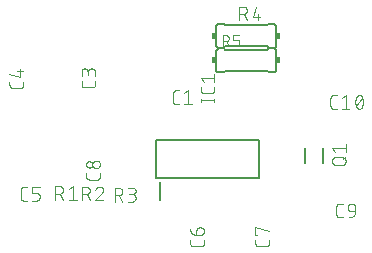
<source format=gbr>
G04 EAGLE Gerber RS-274X export*
G75*
%MOMM*%
%FSLAX34Y34*%
%LPD*%
%INSilkscreen Top*%
%IPPOS*%
%AMOC8*
5,1,8,0,0,1.08239X$1,22.5*%
G01*
%ADD10C,0.101600*%
%ADD11C,0.200000*%
%ADD12C,0.152400*%
%ADD13R,0.381000X0.508000*%


D10*
X362636Y215708D02*
X360039Y215708D01*
X359940Y215710D01*
X359840Y215716D01*
X359741Y215725D01*
X359643Y215738D01*
X359545Y215755D01*
X359447Y215776D01*
X359351Y215801D01*
X359256Y215829D01*
X359162Y215861D01*
X359069Y215896D01*
X358977Y215935D01*
X358887Y215978D01*
X358799Y216023D01*
X358712Y216073D01*
X358628Y216125D01*
X358545Y216181D01*
X358465Y216239D01*
X358387Y216301D01*
X358312Y216366D01*
X358239Y216434D01*
X358169Y216504D01*
X358101Y216577D01*
X358036Y216652D01*
X357974Y216730D01*
X357916Y216810D01*
X357860Y216893D01*
X357808Y216977D01*
X357758Y217064D01*
X357713Y217152D01*
X357670Y217242D01*
X357631Y217334D01*
X357596Y217427D01*
X357564Y217521D01*
X357536Y217616D01*
X357511Y217712D01*
X357490Y217810D01*
X357473Y217908D01*
X357460Y218006D01*
X357451Y218105D01*
X357445Y218205D01*
X357443Y218304D01*
X357443Y224796D01*
X357445Y224895D01*
X357451Y224995D01*
X357460Y225094D01*
X357473Y225192D01*
X357490Y225290D01*
X357511Y225388D01*
X357536Y225484D01*
X357564Y225579D01*
X357596Y225673D01*
X357631Y225766D01*
X357670Y225858D01*
X357713Y225948D01*
X357758Y226036D01*
X357808Y226123D01*
X357860Y226207D01*
X357916Y226290D01*
X357974Y226370D01*
X358036Y226448D01*
X358101Y226523D01*
X358169Y226596D01*
X358239Y226666D01*
X358312Y226734D01*
X358387Y226799D01*
X358465Y226861D01*
X358545Y226919D01*
X358628Y226975D01*
X358712Y227027D01*
X358799Y227077D01*
X358887Y227122D01*
X358977Y227165D01*
X359069Y227204D01*
X359161Y227239D01*
X359256Y227271D01*
X359351Y227299D01*
X359447Y227324D01*
X359545Y227345D01*
X359643Y227362D01*
X359741Y227375D01*
X359840Y227384D01*
X359940Y227390D01*
X360039Y227392D01*
X362636Y227392D01*
X367001Y224796D02*
X370246Y227392D01*
X370246Y215708D01*
X367001Y215708D02*
X373492Y215708D01*
X493454Y211758D02*
X496051Y211758D01*
X493454Y211758D02*
X493355Y211760D01*
X493255Y211766D01*
X493156Y211775D01*
X493058Y211788D01*
X492960Y211805D01*
X492862Y211826D01*
X492766Y211851D01*
X492671Y211879D01*
X492577Y211911D01*
X492484Y211946D01*
X492392Y211985D01*
X492302Y212028D01*
X492214Y212073D01*
X492127Y212123D01*
X492043Y212175D01*
X491960Y212231D01*
X491880Y212289D01*
X491802Y212351D01*
X491727Y212416D01*
X491654Y212484D01*
X491584Y212554D01*
X491516Y212627D01*
X491451Y212702D01*
X491389Y212780D01*
X491331Y212860D01*
X491275Y212943D01*
X491223Y213027D01*
X491173Y213114D01*
X491128Y213202D01*
X491085Y213292D01*
X491046Y213384D01*
X491011Y213477D01*
X490979Y213571D01*
X490951Y213666D01*
X490926Y213762D01*
X490905Y213860D01*
X490888Y213958D01*
X490875Y214056D01*
X490866Y214155D01*
X490860Y214255D01*
X490858Y214354D01*
X490858Y220846D01*
X490860Y220945D01*
X490866Y221045D01*
X490875Y221144D01*
X490888Y221242D01*
X490905Y221340D01*
X490926Y221438D01*
X490951Y221534D01*
X490979Y221629D01*
X491011Y221723D01*
X491046Y221816D01*
X491085Y221908D01*
X491128Y221998D01*
X491173Y222086D01*
X491223Y222173D01*
X491275Y222257D01*
X491331Y222340D01*
X491389Y222420D01*
X491451Y222498D01*
X491516Y222573D01*
X491584Y222646D01*
X491654Y222716D01*
X491727Y222784D01*
X491802Y222849D01*
X491880Y222911D01*
X491960Y222969D01*
X492043Y223025D01*
X492127Y223077D01*
X492214Y223127D01*
X492302Y223172D01*
X492392Y223215D01*
X492484Y223254D01*
X492576Y223289D01*
X492671Y223321D01*
X492766Y223349D01*
X492862Y223374D01*
X492960Y223395D01*
X493058Y223412D01*
X493156Y223425D01*
X493255Y223434D01*
X493355Y223440D01*
X493454Y223442D01*
X496051Y223442D01*
X500416Y220846D02*
X503662Y223442D01*
X503662Y211758D01*
X506907Y211758D02*
X500416Y211758D01*
X511847Y217600D02*
X511850Y217830D01*
X511858Y218060D01*
X511872Y218289D01*
X511891Y218518D01*
X511916Y218747D01*
X511946Y218974D01*
X511981Y219202D01*
X512022Y219428D01*
X512068Y219653D01*
X512120Y219877D01*
X512177Y220099D01*
X512239Y220321D01*
X512307Y220540D01*
X512380Y220758D01*
X512458Y220975D01*
X512541Y221189D01*
X512629Y221401D01*
X512722Y221611D01*
X512821Y221819D01*
X512820Y221819D02*
X512853Y221909D01*
X512889Y221998D01*
X512929Y222086D01*
X512973Y222171D01*
X513020Y222255D01*
X513070Y222337D01*
X513124Y222417D01*
X513180Y222494D01*
X513240Y222570D01*
X513303Y222643D01*
X513368Y222713D01*
X513437Y222781D01*
X513508Y222845D01*
X513581Y222907D01*
X513657Y222966D01*
X513735Y223022D01*
X513816Y223075D01*
X513898Y223124D01*
X513982Y223170D01*
X514069Y223213D01*
X514156Y223252D01*
X514246Y223288D01*
X514336Y223320D01*
X514428Y223348D01*
X514521Y223373D01*
X514615Y223394D01*
X514709Y223411D01*
X514804Y223425D01*
X514900Y223434D01*
X514996Y223440D01*
X515092Y223442D01*
X515188Y223440D01*
X515284Y223434D01*
X515380Y223425D01*
X515475Y223411D01*
X515569Y223394D01*
X515663Y223373D01*
X515756Y223348D01*
X515848Y223320D01*
X515938Y223288D01*
X516028Y223252D01*
X516115Y223213D01*
X516202Y223170D01*
X516286Y223124D01*
X516368Y223075D01*
X516449Y223022D01*
X516527Y222966D01*
X516603Y222907D01*
X516676Y222845D01*
X516747Y222781D01*
X516816Y222713D01*
X516881Y222643D01*
X516944Y222570D01*
X517004Y222494D01*
X517060Y222417D01*
X517114Y222337D01*
X517164Y222255D01*
X517211Y222171D01*
X517255Y222086D01*
X517295Y221998D01*
X517331Y221909D01*
X517364Y221819D01*
X517463Y221612D01*
X517556Y221402D01*
X517644Y221189D01*
X517727Y220975D01*
X517805Y220759D01*
X517878Y220541D01*
X517946Y220321D01*
X518008Y220100D01*
X518065Y219877D01*
X518117Y219653D01*
X518163Y219428D01*
X518204Y219202D01*
X518239Y218975D01*
X518269Y218747D01*
X518294Y218518D01*
X518313Y218289D01*
X518327Y218060D01*
X518335Y217830D01*
X518338Y217600D01*
X511846Y217600D02*
X511849Y217370D01*
X511857Y217140D01*
X511871Y216911D01*
X511890Y216682D01*
X511915Y216453D01*
X511945Y216225D01*
X511980Y215998D01*
X512021Y215772D01*
X512067Y215547D01*
X512119Y215323D01*
X512176Y215100D01*
X512238Y214879D01*
X512306Y214659D01*
X512379Y214441D01*
X512457Y214225D01*
X512540Y214011D01*
X512628Y213799D01*
X512721Y213588D01*
X512820Y213381D01*
X512853Y213291D01*
X512889Y213202D01*
X512930Y213114D01*
X512973Y213029D01*
X513020Y212945D01*
X513070Y212863D01*
X513124Y212783D01*
X513180Y212706D01*
X513240Y212630D01*
X513303Y212557D01*
X513368Y212487D01*
X513437Y212419D01*
X513508Y212355D01*
X513581Y212293D01*
X513657Y212234D01*
X513735Y212178D01*
X513816Y212125D01*
X513898Y212076D01*
X513982Y212030D01*
X514069Y211987D01*
X514156Y211948D01*
X514246Y211912D01*
X514336Y211880D01*
X514428Y211852D01*
X514521Y211827D01*
X514615Y211806D01*
X514709Y211789D01*
X514804Y211775D01*
X514900Y211766D01*
X514996Y211760D01*
X515092Y211758D01*
X517364Y213381D02*
X517463Y213588D01*
X517556Y213799D01*
X517644Y214011D01*
X517727Y214225D01*
X517805Y214441D01*
X517878Y214659D01*
X517946Y214879D01*
X518008Y215100D01*
X518065Y215323D01*
X518117Y215547D01*
X518163Y215772D01*
X518204Y215998D01*
X518239Y216225D01*
X518269Y216453D01*
X518294Y216682D01*
X518313Y216911D01*
X518327Y217140D01*
X518335Y217370D01*
X518338Y217600D01*
X517364Y213381D02*
X517331Y213291D01*
X517295Y213202D01*
X517255Y213114D01*
X517211Y213029D01*
X517164Y212945D01*
X517114Y212863D01*
X517060Y212783D01*
X517004Y212706D01*
X516944Y212630D01*
X516881Y212557D01*
X516816Y212487D01*
X516747Y212419D01*
X516676Y212355D01*
X516603Y212293D01*
X516527Y212234D01*
X516449Y212178D01*
X516368Y212125D01*
X516286Y212076D01*
X516202Y212030D01*
X516115Y211987D01*
X516028Y211948D01*
X515938Y211912D01*
X515848Y211880D01*
X515756Y211852D01*
X515663Y211827D01*
X515569Y211806D01*
X515475Y211789D01*
X515380Y211775D01*
X515284Y211766D01*
X515188Y211760D01*
X515092Y211758D01*
X512495Y214354D02*
X517688Y220846D01*
X291742Y232454D02*
X291742Y235051D01*
X291742Y232454D02*
X291740Y232355D01*
X291734Y232255D01*
X291725Y232156D01*
X291712Y232058D01*
X291695Y231960D01*
X291674Y231862D01*
X291649Y231766D01*
X291621Y231671D01*
X291589Y231577D01*
X291554Y231484D01*
X291515Y231392D01*
X291472Y231302D01*
X291427Y231214D01*
X291377Y231127D01*
X291325Y231043D01*
X291269Y230960D01*
X291211Y230880D01*
X291149Y230802D01*
X291084Y230727D01*
X291016Y230654D01*
X290946Y230584D01*
X290873Y230516D01*
X290798Y230451D01*
X290720Y230389D01*
X290640Y230331D01*
X290557Y230275D01*
X290473Y230223D01*
X290386Y230173D01*
X290298Y230128D01*
X290208Y230085D01*
X290116Y230046D01*
X290023Y230011D01*
X289929Y229979D01*
X289834Y229951D01*
X289738Y229926D01*
X289640Y229905D01*
X289542Y229888D01*
X289444Y229875D01*
X289345Y229866D01*
X289245Y229860D01*
X289146Y229858D01*
X282654Y229858D01*
X282555Y229860D01*
X282455Y229866D01*
X282356Y229875D01*
X282258Y229888D01*
X282160Y229906D01*
X282062Y229926D01*
X281966Y229951D01*
X281870Y229979D01*
X281776Y230011D01*
X281683Y230046D01*
X281592Y230085D01*
X281502Y230128D01*
X281413Y230173D01*
X281327Y230223D01*
X281242Y230275D01*
X281160Y230331D01*
X281080Y230390D01*
X281002Y230451D01*
X280926Y230516D01*
X280853Y230584D01*
X280783Y230654D01*
X280715Y230727D01*
X280650Y230803D01*
X280589Y230881D01*
X280530Y230961D01*
X280474Y231043D01*
X280422Y231128D01*
X280373Y231214D01*
X280327Y231303D01*
X280284Y231393D01*
X280245Y231484D01*
X280210Y231577D01*
X280178Y231671D01*
X280150Y231767D01*
X280125Y231863D01*
X280105Y231961D01*
X280087Y232059D01*
X280074Y232157D01*
X280065Y232256D01*
X280059Y232355D01*
X280057Y232455D01*
X280058Y232454D02*
X280058Y235051D01*
X291742Y239416D02*
X291742Y242662D01*
X291740Y242775D01*
X291734Y242888D01*
X291724Y243001D01*
X291710Y243114D01*
X291693Y243226D01*
X291671Y243337D01*
X291646Y243447D01*
X291616Y243557D01*
X291583Y243665D01*
X291546Y243772D01*
X291506Y243878D01*
X291461Y243982D01*
X291413Y244085D01*
X291362Y244186D01*
X291307Y244285D01*
X291249Y244382D01*
X291187Y244477D01*
X291122Y244570D01*
X291054Y244660D01*
X290983Y244748D01*
X290908Y244834D01*
X290831Y244917D01*
X290751Y244997D01*
X290668Y245074D01*
X290582Y245149D01*
X290494Y245220D01*
X290404Y245288D01*
X290311Y245353D01*
X290216Y245415D01*
X290119Y245473D01*
X290020Y245528D01*
X289919Y245579D01*
X289816Y245627D01*
X289712Y245672D01*
X289606Y245712D01*
X289499Y245749D01*
X289391Y245782D01*
X289281Y245812D01*
X289171Y245837D01*
X289060Y245859D01*
X288948Y245876D01*
X288835Y245890D01*
X288722Y245900D01*
X288609Y245906D01*
X288496Y245908D01*
X288383Y245906D01*
X288270Y245900D01*
X288157Y245890D01*
X288044Y245876D01*
X287932Y245859D01*
X287821Y245837D01*
X287711Y245812D01*
X287601Y245782D01*
X287493Y245749D01*
X287386Y245712D01*
X287280Y245672D01*
X287176Y245627D01*
X287073Y245579D01*
X286972Y245528D01*
X286873Y245473D01*
X286776Y245415D01*
X286681Y245353D01*
X286588Y245288D01*
X286498Y245220D01*
X286410Y245149D01*
X286324Y245074D01*
X286241Y244997D01*
X286161Y244917D01*
X286084Y244834D01*
X286009Y244748D01*
X285938Y244660D01*
X285870Y244570D01*
X285805Y244477D01*
X285743Y244382D01*
X285685Y244285D01*
X285630Y244186D01*
X285579Y244085D01*
X285531Y243982D01*
X285486Y243878D01*
X285446Y243772D01*
X285409Y243665D01*
X285376Y243557D01*
X285346Y243447D01*
X285321Y243337D01*
X285299Y243226D01*
X285282Y243114D01*
X285268Y243001D01*
X285258Y242888D01*
X285252Y242775D01*
X285250Y242662D01*
X280058Y243311D02*
X280058Y239416D01*
X280058Y243311D02*
X280060Y243412D01*
X280066Y243512D01*
X280076Y243612D01*
X280089Y243712D01*
X280107Y243811D01*
X280128Y243910D01*
X280153Y244007D01*
X280182Y244104D01*
X280215Y244199D01*
X280251Y244293D01*
X280291Y244385D01*
X280334Y244476D01*
X280381Y244565D01*
X280431Y244652D01*
X280485Y244738D01*
X280542Y244821D01*
X280602Y244901D01*
X280665Y244980D01*
X280732Y245056D01*
X280801Y245129D01*
X280873Y245199D01*
X280947Y245267D01*
X281024Y245332D01*
X281104Y245393D01*
X281186Y245452D01*
X281270Y245507D01*
X281356Y245559D01*
X281444Y245608D01*
X281534Y245653D01*
X281626Y245695D01*
X281719Y245733D01*
X281814Y245767D01*
X281909Y245798D01*
X282006Y245825D01*
X282104Y245848D01*
X282203Y245868D01*
X282303Y245883D01*
X282403Y245895D01*
X282503Y245903D01*
X282604Y245907D01*
X282704Y245907D01*
X282805Y245903D01*
X282905Y245895D01*
X283005Y245883D01*
X283105Y245868D01*
X283204Y245848D01*
X283302Y245825D01*
X283399Y245798D01*
X283494Y245767D01*
X283589Y245733D01*
X283682Y245695D01*
X283774Y245653D01*
X283864Y245608D01*
X283952Y245559D01*
X284038Y245507D01*
X284122Y245452D01*
X284204Y245393D01*
X284284Y245332D01*
X284361Y245267D01*
X284435Y245199D01*
X284507Y245129D01*
X284576Y245056D01*
X284643Y244980D01*
X284706Y244901D01*
X284766Y244821D01*
X284823Y244738D01*
X284877Y244652D01*
X284927Y244565D01*
X284974Y244476D01*
X285017Y244385D01*
X285057Y244293D01*
X285093Y244199D01*
X285126Y244104D01*
X285155Y244007D01*
X285180Y243910D01*
X285201Y243811D01*
X285219Y243712D01*
X285232Y243612D01*
X285242Y243512D01*
X285248Y243412D01*
X285250Y243311D01*
X285251Y243311D02*
X285251Y240714D01*
X230742Y234551D02*
X230742Y231954D01*
X230740Y231855D01*
X230734Y231755D01*
X230725Y231656D01*
X230712Y231558D01*
X230695Y231460D01*
X230674Y231362D01*
X230649Y231266D01*
X230621Y231171D01*
X230589Y231077D01*
X230554Y230984D01*
X230515Y230892D01*
X230472Y230802D01*
X230427Y230714D01*
X230377Y230627D01*
X230325Y230543D01*
X230269Y230460D01*
X230211Y230380D01*
X230149Y230302D01*
X230084Y230227D01*
X230016Y230154D01*
X229946Y230084D01*
X229873Y230016D01*
X229798Y229951D01*
X229720Y229889D01*
X229640Y229831D01*
X229557Y229775D01*
X229473Y229723D01*
X229386Y229673D01*
X229298Y229628D01*
X229208Y229585D01*
X229116Y229546D01*
X229023Y229511D01*
X228929Y229479D01*
X228834Y229451D01*
X228738Y229426D01*
X228640Y229405D01*
X228542Y229388D01*
X228444Y229375D01*
X228345Y229366D01*
X228245Y229360D01*
X228146Y229358D01*
X221654Y229358D01*
X221555Y229360D01*
X221455Y229366D01*
X221356Y229375D01*
X221258Y229388D01*
X221160Y229406D01*
X221062Y229426D01*
X220966Y229451D01*
X220870Y229479D01*
X220776Y229511D01*
X220683Y229546D01*
X220592Y229585D01*
X220502Y229628D01*
X220413Y229673D01*
X220327Y229723D01*
X220242Y229775D01*
X220160Y229831D01*
X220080Y229890D01*
X220002Y229951D01*
X219926Y230016D01*
X219853Y230084D01*
X219783Y230154D01*
X219715Y230227D01*
X219650Y230303D01*
X219589Y230381D01*
X219530Y230461D01*
X219474Y230543D01*
X219422Y230628D01*
X219373Y230714D01*
X219327Y230803D01*
X219284Y230893D01*
X219245Y230984D01*
X219210Y231077D01*
X219178Y231171D01*
X219150Y231267D01*
X219125Y231363D01*
X219105Y231461D01*
X219087Y231559D01*
X219074Y231657D01*
X219065Y231756D01*
X219059Y231855D01*
X219057Y231955D01*
X219058Y231954D02*
X219058Y234551D01*
X219058Y241513D02*
X228146Y238916D01*
X228146Y245407D01*
X225549Y243460D02*
X230742Y243460D01*
X231104Y134108D02*
X233701Y134108D01*
X231104Y134108D02*
X231005Y134110D01*
X230905Y134116D01*
X230806Y134125D01*
X230708Y134138D01*
X230610Y134155D01*
X230512Y134176D01*
X230416Y134201D01*
X230321Y134229D01*
X230227Y134261D01*
X230134Y134296D01*
X230042Y134335D01*
X229952Y134378D01*
X229864Y134423D01*
X229777Y134473D01*
X229693Y134525D01*
X229610Y134581D01*
X229530Y134639D01*
X229452Y134701D01*
X229377Y134766D01*
X229304Y134834D01*
X229234Y134904D01*
X229166Y134977D01*
X229101Y135052D01*
X229039Y135130D01*
X228981Y135210D01*
X228925Y135293D01*
X228873Y135377D01*
X228823Y135464D01*
X228778Y135552D01*
X228735Y135642D01*
X228696Y135734D01*
X228661Y135827D01*
X228629Y135921D01*
X228601Y136016D01*
X228576Y136112D01*
X228555Y136210D01*
X228538Y136308D01*
X228525Y136406D01*
X228516Y136505D01*
X228510Y136605D01*
X228508Y136704D01*
X228508Y143196D01*
X228510Y143295D01*
X228516Y143395D01*
X228525Y143494D01*
X228538Y143592D01*
X228555Y143690D01*
X228576Y143788D01*
X228601Y143884D01*
X228629Y143979D01*
X228661Y144073D01*
X228696Y144166D01*
X228735Y144258D01*
X228778Y144348D01*
X228823Y144436D01*
X228873Y144523D01*
X228925Y144607D01*
X228981Y144690D01*
X229039Y144770D01*
X229101Y144848D01*
X229166Y144923D01*
X229234Y144996D01*
X229304Y145066D01*
X229377Y145134D01*
X229452Y145199D01*
X229530Y145261D01*
X229610Y145319D01*
X229693Y145375D01*
X229777Y145427D01*
X229864Y145477D01*
X229952Y145522D01*
X230042Y145565D01*
X230134Y145604D01*
X230226Y145639D01*
X230321Y145671D01*
X230416Y145699D01*
X230512Y145724D01*
X230610Y145745D01*
X230708Y145762D01*
X230806Y145775D01*
X230905Y145784D01*
X231005Y145790D01*
X231104Y145792D01*
X233701Y145792D01*
X238066Y134108D02*
X241961Y134108D01*
X242060Y134110D01*
X242160Y134116D01*
X242259Y134125D01*
X242357Y134138D01*
X242455Y134155D01*
X242553Y134176D01*
X242649Y134201D01*
X242744Y134229D01*
X242838Y134261D01*
X242931Y134296D01*
X243023Y134335D01*
X243113Y134378D01*
X243201Y134423D01*
X243288Y134473D01*
X243372Y134525D01*
X243455Y134581D01*
X243535Y134639D01*
X243613Y134701D01*
X243688Y134766D01*
X243761Y134834D01*
X243831Y134904D01*
X243899Y134977D01*
X243964Y135052D01*
X244026Y135130D01*
X244084Y135210D01*
X244140Y135293D01*
X244192Y135377D01*
X244242Y135464D01*
X244287Y135552D01*
X244330Y135642D01*
X244369Y135734D01*
X244404Y135827D01*
X244436Y135921D01*
X244464Y136016D01*
X244489Y136112D01*
X244510Y136210D01*
X244527Y136308D01*
X244540Y136406D01*
X244549Y136505D01*
X244555Y136605D01*
X244557Y136704D01*
X244557Y138003D01*
X244555Y138102D01*
X244549Y138202D01*
X244540Y138301D01*
X244527Y138399D01*
X244510Y138497D01*
X244489Y138595D01*
X244464Y138691D01*
X244436Y138786D01*
X244404Y138880D01*
X244369Y138973D01*
X244330Y139065D01*
X244287Y139155D01*
X244242Y139243D01*
X244192Y139330D01*
X244140Y139414D01*
X244084Y139497D01*
X244026Y139577D01*
X243964Y139655D01*
X243899Y139730D01*
X243831Y139803D01*
X243761Y139873D01*
X243688Y139941D01*
X243613Y140006D01*
X243535Y140068D01*
X243455Y140126D01*
X243372Y140182D01*
X243288Y140234D01*
X243201Y140284D01*
X243113Y140329D01*
X243023Y140372D01*
X242931Y140411D01*
X242838Y140446D01*
X242744Y140478D01*
X242649Y140506D01*
X242553Y140531D01*
X242455Y140552D01*
X242357Y140569D01*
X242259Y140582D01*
X242160Y140591D01*
X242060Y140597D01*
X241961Y140599D01*
X238066Y140599D01*
X238066Y145792D01*
X244557Y145792D01*
X383792Y100501D02*
X383792Y97904D01*
X383790Y97805D01*
X383784Y97705D01*
X383775Y97606D01*
X383762Y97508D01*
X383745Y97410D01*
X383724Y97312D01*
X383699Y97216D01*
X383671Y97121D01*
X383639Y97027D01*
X383604Y96934D01*
X383565Y96842D01*
X383522Y96752D01*
X383477Y96664D01*
X383427Y96577D01*
X383375Y96493D01*
X383319Y96410D01*
X383261Y96330D01*
X383199Y96252D01*
X383134Y96177D01*
X383066Y96104D01*
X382996Y96034D01*
X382923Y95966D01*
X382848Y95901D01*
X382770Y95839D01*
X382690Y95781D01*
X382607Y95725D01*
X382523Y95673D01*
X382436Y95623D01*
X382348Y95578D01*
X382258Y95535D01*
X382166Y95496D01*
X382073Y95461D01*
X381979Y95429D01*
X381884Y95401D01*
X381788Y95376D01*
X381690Y95355D01*
X381592Y95338D01*
X381494Y95325D01*
X381395Y95316D01*
X381295Y95310D01*
X381196Y95308D01*
X374704Y95308D01*
X374605Y95310D01*
X374505Y95316D01*
X374406Y95325D01*
X374308Y95338D01*
X374210Y95356D01*
X374112Y95376D01*
X374016Y95401D01*
X373920Y95429D01*
X373826Y95461D01*
X373733Y95496D01*
X373642Y95535D01*
X373552Y95578D01*
X373463Y95623D01*
X373377Y95673D01*
X373292Y95725D01*
X373210Y95781D01*
X373130Y95840D01*
X373052Y95901D01*
X372976Y95966D01*
X372903Y96034D01*
X372833Y96104D01*
X372765Y96177D01*
X372700Y96253D01*
X372639Y96331D01*
X372580Y96411D01*
X372524Y96493D01*
X372472Y96578D01*
X372423Y96664D01*
X372377Y96753D01*
X372334Y96843D01*
X372295Y96934D01*
X372260Y97027D01*
X372228Y97121D01*
X372200Y97217D01*
X372175Y97313D01*
X372155Y97411D01*
X372137Y97509D01*
X372124Y97607D01*
X372115Y97706D01*
X372109Y97805D01*
X372107Y97905D01*
X372108Y97904D02*
X372108Y100501D01*
X377301Y104866D02*
X377301Y108761D01*
X377303Y108860D01*
X377309Y108960D01*
X377318Y109059D01*
X377331Y109157D01*
X377348Y109255D01*
X377369Y109353D01*
X377394Y109449D01*
X377422Y109544D01*
X377454Y109638D01*
X377489Y109731D01*
X377528Y109823D01*
X377571Y109913D01*
X377616Y110001D01*
X377666Y110088D01*
X377718Y110172D01*
X377774Y110255D01*
X377832Y110335D01*
X377894Y110413D01*
X377959Y110488D01*
X378027Y110561D01*
X378097Y110631D01*
X378170Y110699D01*
X378245Y110764D01*
X378323Y110826D01*
X378403Y110884D01*
X378486Y110940D01*
X378570Y110992D01*
X378657Y111042D01*
X378745Y111087D01*
X378835Y111130D01*
X378927Y111169D01*
X379020Y111204D01*
X379114Y111236D01*
X379209Y111264D01*
X379305Y111289D01*
X379403Y111310D01*
X379501Y111327D01*
X379599Y111340D01*
X379698Y111349D01*
X379798Y111355D01*
X379897Y111357D01*
X380546Y111357D01*
X380546Y111358D02*
X380659Y111356D01*
X380772Y111350D01*
X380885Y111340D01*
X380998Y111326D01*
X381110Y111309D01*
X381221Y111287D01*
X381331Y111262D01*
X381441Y111232D01*
X381549Y111199D01*
X381656Y111162D01*
X381762Y111122D01*
X381866Y111077D01*
X381969Y111029D01*
X382070Y110978D01*
X382169Y110923D01*
X382266Y110865D01*
X382361Y110803D01*
X382454Y110738D01*
X382544Y110670D01*
X382632Y110599D01*
X382718Y110524D01*
X382801Y110447D01*
X382881Y110367D01*
X382958Y110284D01*
X383033Y110198D01*
X383104Y110110D01*
X383172Y110020D01*
X383237Y109927D01*
X383299Y109832D01*
X383357Y109735D01*
X383412Y109636D01*
X383463Y109535D01*
X383511Y109432D01*
X383556Y109328D01*
X383596Y109222D01*
X383633Y109115D01*
X383666Y109007D01*
X383696Y108897D01*
X383721Y108787D01*
X383743Y108676D01*
X383760Y108564D01*
X383774Y108451D01*
X383784Y108338D01*
X383790Y108225D01*
X383792Y108112D01*
X383790Y107999D01*
X383784Y107886D01*
X383774Y107773D01*
X383760Y107660D01*
X383743Y107548D01*
X383721Y107437D01*
X383696Y107327D01*
X383666Y107217D01*
X383633Y107109D01*
X383596Y107002D01*
X383556Y106896D01*
X383511Y106792D01*
X383463Y106689D01*
X383412Y106588D01*
X383357Y106489D01*
X383299Y106392D01*
X383237Y106297D01*
X383172Y106204D01*
X383104Y106114D01*
X383033Y106026D01*
X382958Y105940D01*
X382881Y105857D01*
X382801Y105777D01*
X382718Y105700D01*
X382632Y105625D01*
X382544Y105554D01*
X382454Y105486D01*
X382361Y105421D01*
X382266Y105359D01*
X382169Y105301D01*
X382070Y105246D01*
X381969Y105195D01*
X381866Y105147D01*
X381762Y105102D01*
X381656Y105062D01*
X381549Y105025D01*
X381441Y104992D01*
X381331Y104962D01*
X381221Y104937D01*
X381110Y104915D01*
X380998Y104898D01*
X380885Y104884D01*
X380772Y104874D01*
X380659Y104868D01*
X380546Y104866D01*
X377301Y104866D01*
X377158Y104868D01*
X377015Y104874D01*
X376872Y104884D01*
X376730Y104898D01*
X376588Y104915D01*
X376446Y104937D01*
X376305Y104962D01*
X376165Y104992D01*
X376026Y105025D01*
X375888Y105062D01*
X375751Y105103D01*
X375615Y105147D01*
X375480Y105196D01*
X375347Y105248D01*
X375215Y105303D01*
X375085Y105363D01*
X374956Y105426D01*
X374829Y105492D01*
X374705Y105562D01*
X374582Y105635D01*
X374461Y105712D01*
X374342Y105791D01*
X374226Y105875D01*
X374111Y105961D01*
X374000Y106050D01*
X373891Y106143D01*
X373784Y106238D01*
X373680Y106337D01*
X373579Y106438D01*
X373480Y106542D01*
X373385Y106648D01*
X373292Y106758D01*
X373203Y106869D01*
X373117Y106983D01*
X373034Y107100D01*
X372954Y107219D01*
X372877Y107340D01*
X372804Y107462D01*
X372734Y107587D01*
X372668Y107714D01*
X372605Y107843D01*
X372545Y107973D01*
X372490Y108105D01*
X372438Y108238D01*
X372389Y108373D01*
X372345Y108509D01*
X372304Y108646D01*
X372267Y108784D01*
X372234Y108923D01*
X372204Y109063D01*
X372179Y109204D01*
X372157Y109346D01*
X372140Y109488D01*
X372126Y109630D01*
X372116Y109773D01*
X372110Y109916D01*
X372108Y110059D01*
X438892Y100501D02*
X438892Y97904D01*
X438890Y97805D01*
X438884Y97705D01*
X438875Y97606D01*
X438862Y97508D01*
X438845Y97410D01*
X438824Y97312D01*
X438799Y97216D01*
X438771Y97121D01*
X438739Y97027D01*
X438704Y96934D01*
X438665Y96842D01*
X438622Y96752D01*
X438577Y96664D01*
X438527Y96577D01*
X438475Y96493D01*
X438419Y96410D01*
X438361Y96330D01*
X438299Y96252D01*
X438234Y96177D01*
X438166Y96104D01*
X438096Y96034D01*
X438023Y95966D01*
X437948Y95901D01*
X437870Y95839D01*
X437790Y95781D01*
X437707Y95725D01*
X437623Y95673D01*
X437536Y95623D01*
X437448Y95578D01*
X437358Y95535D01*
X437266Y95496D01*
X437173Y95461D01*
X437079Y95429D01*
X436984Y95401D01*
X436888Y95376D01*
X436790Y95355D01*
X436692Y95338D01*
X436594Y95325D01*
X436495Y95316D01*
X436395Y95310D01*
X436296Y95308D01*
X429804Y95308D01*
X429705Y95310D01*
X429605Y95316D01*
X429506Y95325D01*
X429408Y95338D01*
X429310Y95356D01*
X429212Y95376D01*
X429116Y95401D01*
X429020Y95429D01*
X428926Y95461D01*
X428833Y95496D01*
X428742Y95535D01*
X428652Y95578D01*
X428563Y95623D01*
X428477Y95673D01*
X428392Y95725D01*
X428310Y95781D01*
X428230Y95840D01*
X428152Y95901D01*
X428076Y95966D01*
X428003Y96034D01*
X427933Y96104D01*
X427865Y96177D01*
X427800Y96253D01*
X427739Y96331D01*
X427680Y96411D01*
X427624Y96493D01*
X427572Y96578D01*
X427523Y96664D01*
X427477Y96753D01*
X427434Y96843D01*
X427395Y96934D01*
X427360Y97027D01*
X427328Y97121D01*
X427300Y97217D01*
X427275Y97313D01*
X427255Y97411D01*
X427237Y97509D01*
X427224Y97607D01*
X427215Y97706D01*
X427209Y97805D01*
X427207Y97905D01*
X427208Y97904D02*
X427208Y100501D01*
X427208Y104866D02*
X428506Y104866D01*
X427208Y104866D02*
X427208Y111357D01*
X438892Y108112D01*
X295742Y154454D02*
X295742Y157051D01*
X295742Y154454D02*
X295740Y154355D01*
X295734Y154255D01*
X295725Y154156D01*
X295712Y154058D01*
X295695Y153960D01*
X295674Y153862D01*
X295649Y153766D01*
X295621Y153671D01*
X295589Y153577D01*
X295554Y153484D01*
X295515Y153392D01*
X295472Y153302D01*
X295427Y153214D01*
X295377Y153127D01*
X295325Y153043D01*
X295269Y152960D01*
X295211Y152880D01*
X295149Y152802D01*
X295084Y152727D01*
X295016Y152654D01*
X294946Y152584D01*
X294873Y152516D01*
X294798Y152451D01*
X294720Y152389D01*
X294640Y152331D01*
X294557Y152275D01*
X294473Y152223D01*
X294386Y152173D01*
X294298Y152128D01*
X294208Y152085D01*
X294116Y152046D01*
X294023Y152011D01*
X293929Y151979D01*
X293834Y151951D01*
X293738Y151926D01*
X293640Y151905D01*
X293542Y151888D01*
X293444Y151875D01*
X293345Y151866D01*
X293245Y151860D01*
X293146Y151858D01*
X286654Y151858D01*
X286555Y151860D01*
X286455Y151866D01*
X286356Y151875D01*
X286258Y151888D01*
X286160Y151906D01*
X286062Y151926D01*
X285966Y151951D01*
X285870Y151979D01*
X285776Y152011D01*
X285683Y152046D01*
X285592Y152085D01*
X285502Y152128D01*
X285413Y152173D01*
X285327Y152223D01*
X285242Y152275D01*
X285160Y152331D01*
X285080Y152390D01*
X285002Y152451D01*
X284926Y152516D01*
X284853Y152584D01*
X284783Y152654D01*
X284715Y152727D01*
X284650Y152803D01*
X284589Y152881D01*
X284530Y152961D01*
X284474Y153043D01*
X284422Y153128D01*
X284373Y153214D01*
X284327Y153303D01*
X284284Y153393D01*
X284245Y153484D01*
X284210Y153577D01*
X284178Y153671D01*
X284150Y153767D01*
X284125Y153863D01*
X284105Y153961D01*
X284087Y154059D01*
X284074Y154157D01*
X284065Y154256D01*
X284059Y154355D01*
X284057Y154455D01*
X284058Y154454D02*
X284058Y157051D01*
X292496Y161416D02*
X292383Y161418D01*
X292270Y161424D01*
X292157Y161434D01*
X292044Y161448D01*
X291932Y161465D01*
X291821Y161487D01*
X291711Y161512D01*
X291601Y161542D01*
X291493Y161575D01*
X291386Y161612D01*
X291280Y161652D01*
X291176Y161697D01*
X291073Y161745D01*
X290972Y161796D01*
X290873Y161851D01*
X290776Y161909D01*
X290681Y161971D01*
X290588Y162036D01*
X290498Y162104D01*
X290410Y162175D01*
X290324Y162250D01*
X290241Y162327D01*
X290161Y162407D01*
X290084Y162490D01*
X290009Y162576D01*
X289938Y162664D01*
X289870Y162754D01*
X289805Y162847D01*
X289743Y162942D01*
X289685Y163039D01*
X289630Y163138D01*
X289579Y163239D01*
X289531Y163342D01*
X289486Y163446D01*
X289446Y163552D01*
X289409Y163659D01*
X289376Y163767D01*
X289346Y163877D01*
X289321Y163987D01*
X289299Y164098D01*
X289282Y164210D01*
X289268Y164323D01*
X289258Y164436D01*
X289252Y164549D01*
X289250Y164662D01*
X289252Y164775D01*
X289258Y164888D01*
X289268Y165001D01*
X289282Y165114D01*
X289299Y165226D01*
X289321Y165337D01*
X289346Y165447D01*
X289376Y165557D01*
X289409Y165665D01*
X289446Y165772D01*
X289486Y165878D01*
X289531Y165982D01*
X289579Y166085D01*
X289630Y166186D01*
X289685Y166285D01*
X289743Y166382D01*
X289805Y166477D01*
X289870Y166570D01*
X289938Y166660D01*
X290009Y166748D01*
X290084Y166834D01*
X290161Y166917D01*
X290241Y166997D01*
X290324Y167074D01*
X290410Y167149D01*
X290498Y167220D01*
X290588Y167288D01*
X290681Y167353D01*
X290776Y167415D01*
X290873Y167473D01*
X290972Y167528D01*
X291073Y167579D01*
X291176Y167627D01*
X291280Y167672D01*
X291386Y167712D01*
X291493Y167749D01*
X291601Y167782D01*
X291711Y167812D01*
X291821Y167837D01*
X291932Y167859D01*
X292044Y167876D01*
X292157Y167890D01*
X292270Y167900D01*
X292383Y167906D01*
X292496Y167908D01*
X292609Y167906D01*
X292722Y167900D01*
X292835Y167890D01*
X292948Y167876D01*
X293060Y167859D01*
X293171Y167837D01*
X293281Y167812D01*
X293391Y167782D01*
X293499Y167749D01*
X293606Y167712D01*
X293712Y167672D01*
X293816Y167627D01*
X293919Y167579D01*
X294020Y167528D01*
X294119Y167473D01*
X294216Y167415D01*
X294311Y167353D01*
X294404Y167288D01*
X294494Y167220D01*
X294582Y167149D01*
X294668Y167074D01*
X294751Y166997D01*
X294831Y166917D01*
X294908Y166834D01*
X294983Y166748D01*
X295054Y166660D01*
X295122Y166570D01*
X295187Y166477D01*
X295249Y166382D01*
X295307Y166285D01*
X295362Y166186D01*
X295413Y166085D01*
X295461Y165982D01*
X295506Y165878D01*
X295546Y165772D01*
X295583Y165665D01*
X295616Y165557D01*
X295646Y165447D01*
X295671Y165337D01*
X295693Y165226D01*
X295710Y165114D01*
X295724Y165001D01*
X295734Y164888D01*
X295740Y164775D01*
X295742Y164662D01*
X295740Y164549D01*
X295734Y164436D01*
X295724Y164323D01*
X295710Y164210D01*
X295693Y164098D01*
X295671Y163987D01*
X295646Y163877D01*
X295616Y163767D01*
X295583Y163659D01*
X295546Y163552D01*
X295506Y163446D01*
X295461Y163342D01*
X295413Y163239D01*
X295362Y163138D01*
X295307Y163039D01*
X295249Y162942D01*
X295187Y162847D01*
X295122Y162754D01*
X295054Y162664D01*
X294983Y162576D01*
X294908Y162490D01*
X294831Y162407D01*
X294751Y162327D01*
X294668Y162250D01*
X294582Y162175D01*
X294494Y162104D01*
X294404Y162036D01*
X294311Y161971D01*
X294216Y161909D01*
X294119Y161851D01*
X294020Y161796D01*
X293919Y161745D01*
X293816Y161697D01*
X293712Y161652D01*
X293606Y161612D01*
X293499Y161575D01*
X293391Y161542D01*
X293281Y161512D01*
X293171Y161487D01*
X293060Y161465D01*
X292948Y161448D01*
X292835Y161434D01*
X292722Y161424D01*
X292609Y161418D01*
X292496Y161416D01*
X286654Y162066D02*
X286553Y162068D01*
X286453Y162074D01*
X286353Y162084D01*
X286253Y162097D01*
X286154Y162115D01*
X286055Y162136D01*
X285958Y162161D01*
X285861Y162190D01*
X285766Y162223D01*
X285672Y162259D01*
X285580Y162299D01*
X285489Y162342D01*
X285400Y162389D01*
X285313Y162439D01*
X285227Y162493D01*
X285144Y162550D01*
X285064Y162610D01*
X284985Y162673D01*
X284909Y162740D01*
X284836Y162809D01*
X284766Y162881D01*
X284698Y162955D01*
X284633Y163032D01*
X284572Y163112D01*
X284513Y163194D01*
X284458Y163278D01*
X284406Y163364D01*
X284357Y163452D01*
X284312Y163542D01*
X284270Y163634D01*
X284232Y163727D01*
X284198Y163822D01*
X284167Y163917D01*
X284140Y164014D01*
X284117Y164112D01*
X284097Y164211D01*
X284082Y164311D01*
X284070Y164411D01*
X284062Y164511D01*
X284058Y164612D01*
X284058Y164712D01*
X284062Y164813D01*
X284070Y164913D01*
X284082Y165013D01*
X284097Y165113D01*
X284117Y165212D01*
X284140Y165310D01*
X284167Y165407D01*
X284198Y165502D01*
X284232Y165597D01*
X284270Y165690D01*
X284312Y165782D01*
X284357Y165872D01*
X284406Y165960D01*
X284458Y166046D01*
X284513Y166130D01*
X284572Y166212D01*
X284633Y166292D01*
X284698Y166369D01*
X284766Y166443D01*
X284836Y166515D01*
X284909Y166584D01*
X284985Y166651D01*
X285064Y166714D01*
X285144Y166774D01*
X285227Y166831D01*
X285313Y166885D01*
X285400Y166935D01*
X285489Y166982D01*
X285580Y167025D01*
X285672Y167065D01*
X285766Y167101D01*
X285861Y167134D01*
X285958Y167163D01*
X286055Y167188D01*
X286154Y167209D01*
X286253Y167227D01*
X286353Y167240D01*
X286453Y167250D01*
X286553Y167256D01*
X286654Y167258D01*
X286755Y167256D01*
X286855Y167250D01*
X286955Y167240D01*
X287055Y167227D01*
X287154Y167209D01*
X287253Y167188D01*
X287350Y167163D01*
X287447Y167134D01*
X287542Y167101D01*
X287636Y167065D01*
X287728Y167025D01*
X287819Y166982D01*
X287908Y166935D01*
X287995Y166885D01*
X288081Y166831D01*
X288164Y166774D01*
X288244Y166714D01*
X288323Y166651D01*
X288399Y166584D01*
X288472Y166515D01*
X288542Y166443D01*
X288610Y166369D01*
X288675Y166292D01*
X288736Y166212D01*
X288795Y166130D01*
X288850Y166046D01*
X288902Y165960D01*
X288951Y165872D01*
X288996Y165782D01*
X289038Y165690D01*
X289076Y165597D01*
X289110Y165502D01*
X289141Y165407D01*
X289168Y165310D01*
X289191Y165212D01*
X289211Y165113D01*
X289226Y165013D01*
X289238Y164913D01*
X289246Y164813D01*
X289250Y164712D01*
X289250Y164612D01*
X289246Y164511D01*
X289238Y164411D01*
X289226Y164311D01*
X289211Y164211D01*
X289191Y164112D01*
X289168Y164014D01*
X289141Y163917D01*
X289110Y163822D01*
X289076Y163727D01*
X289038Y163634D01*
X288996Y163542D01*
X288951Y163452D01*
X288902Y163364D01*
X288850Y163278D01*
X288795Y163194D01*
X288736Y163112D01*
X288675Y163032D01*
X288610Y162955D01*
X288542Y162881D01*
X288472Y162809D01*
X288399Y162740D01*
X288323Y162673D01*
X288244Y162610D01*
X288164Y162550D01*
X288081Y162493D01*
X287995Y162439D01*
X287908Y162389D01*
X287819Y162342D01*
X287728Y162299D01*
X287636Y162259D01*
X287542Y162223D01*
X287447Y162190D01*
X287350Y162161D01*
X287253Y162136D01*
X287154Y162115D01*
X287055Y162097D01*
X286955Y162084D01*
X286855Y162074D01*
X286755Y162068D01*
X286654Y162066D01*
X498454Y119758D02*
X501051Y119758D01*
X498454Y119758D02*
X498355Y119760D01*
X498255Y119766D01*
X498156Y119775D01*
X498058Y119788D01*
X497960Y119805D01*
X497862Y119826D01*
X497766Y119851D01*
X497671Y119879D01*
X497577Y119911D01*
X497484Y119946D01*
X497392Y119985D01*
X497302Y120028D01*
X497214Y120073D01*
X497127Y120123D01*
X497043Y120175D01*
X496960Y120231D01*
X496880Y120289D01*
X496802Y120351D01*
X496727Y120416D01*
X496654Y120484D01*
X496584Y120554D01*
X496516Y120627D01*
X496451Y120702D01*
X496389Y120780D01*
X496331Y120860D01*
X496275Y120943D01*
X496223Y121027D01*
X496173Y121114D01*
X496128Y121202D01*
X496085Y121292D01*
X496046Y121384D01*
X496011Y121477D01*
X495979Y121571D01*
X495951Y121666D01*
X495926Y121762D01*
X495905Y121860D01*
X495888Y121958D01*
X495875Y122056D01*
X495866Y122155D01*
X495860Y122255D01*
X495858Y122354D01*
X495858Y128846D01*
X495860Y128945D01*
X495866Y129045D01*
X495875Y129144D01*
X495888Y129242D01*
X495905Y129340D01*
X495926Y129438D01*
X495951Y129534D01*
X495979Y129629D01*
X496011Y129723D01*
X496046Y129816D01*
X496085Y129908D01*
X496128Y129998D01*
X496173Y130086D01*
X496223Y130173D01*
X496275Y130257D01*
X496331Y130340D01*
X496389Y130420D01*
X496451Y130498D01*
X496516Y130573D01*
X496584Y130646D01*
X496654Y130716D01*
X496727Y130784D01*
X496802Y130849D01*
X496880Y130911D01*
X496960Y130969D01*
X497043Y131025D01*
X497127Y131077D01*
X497214Y131127D01*
X497302Y131172D01*
X497392Y131215D01*
X497484Y131254D01*
X497576Y131289D01*
X497671Y131321D01*
X497766Y131349D01*
X497862Y131374D01*
X497960Y131395D01*
X498058Y131412D01*
X498156Y131425D01*
X498255Y131434D01*
X498355Y131440D01*
X498454Y131442D01*
X501051Y131442D01*
X508013Y124951D02*
X511907Y124951D01*
X508013Y124951D02*
X507914Y124953D01*
X507814Y124959D01*
X507715Y124968D01*
X507617Y124981D01*
X507519Y124998D01*
X507421Y125019D01*
X507325Y125044D01*
X507230Y125072D01*
X507136Y125104D01*
X507043Y125139D01*
X506951Y125178D01*
X506861Y125221D01*
X506773Y125266D01*
X506686Y125316D01*
X506602Y125368D01*
X506519Y125424D01*
X506439Y125482D01*
X506361Y125544D01*
X506286Y125609D01*
X506213Y125677D01*
X506143Y125747D01*
X506075Y125820D01*
X506010Y125895D01*
X505948Y125973D01*
X505890Y126053D01*
X505834Y126136D01*
X505782Y126220D01*
X505732Y126307D01*
X505687Y126395D01*
X505644Y126485D01*
X505605Y126577D01*
X505570Y126670D01*
X505538Y126764D01*
X505510Y126859D01*
X505485Y126955D01*
X505464Y127053D01*
X505447Y127151D01*
X505434Y127249D01*
X505425Y127348D01*
X505419Y127448D01*
X505417Y127547D01*
X505416Y127547D02*
X505416Y128196D01*
X505418Y128309D01*
X505424Y128422D01*
X505434Y128535D01*
X505448Y128648D01*
X505465Y128760D01*
X505487Y128871D01*
X505512Y128981D01*
X505542Y129091D01*
X505575Y129199D01*
X505612Y129306D01*
X505652Y129412D01*
X505697Y129516D01*
X505745Y129619D01*
X505796Y129720D01*
X505851Y129819D01*
X505909Y129916D01*
X505971Y130011D01*
X506036Y130104D01*
X506104Y130194D01*
X506175Y130282D01*
X506250Y130368D01*
X506327Y130451D01*
X506407Y130531D01*
X506490Y130608D01*
X506576Y130683D01*
X506664Y130754D01*
X506754Y130822D01*
X506847Y130887D01*
X506942Y130949D01*
X507039Y131007D01*
X507138Y131062D01*
X507239Y131113D01*
X507342Y131161D01*
X507446Y131206D01*
X507552Y131246D01*
X507659Y131283D01*
X507767Y131316D01*
X507877Y131346D01*
X507987Y131371D01*
X508098Y131393D01*
X508210Y131410D01*
X508323Y131424D01*
X508436Y131434D01*
X508549Y131440D01*
X508662Y131442D01*
X508775Y131440D01*
X508888Y131434D01*
X509001Y131424D01*
X509114Y131410D01*
X509226Y131393D01*
X509337Y131371D01*
X509447Y131346D01*
X509557Y131316D01*
X509665Y131283D01*
X509772Y131246D01*
X509878Y131206D01*
X509982Y131161D01*
X510085Y131113D01*
X510186Y131062D01*
X510285Y131007D01*
X510382Y130949D01*
X510477Y130887D01*
X510570Y130822D01*
X510660Y130754D01*
X510748Y130683D01*
X510834Y130608D01*
X510917Y130531D01*
X510997Y130451D01*
X511074Y130368D01*
X511149Y130282D01*
X511220Y130194D01*
X511288Y130104D01*
X511353Y130011D01*
X511415Y129916D01*
X511473Y129819D01*
X511528Y129720D01*
X511579Y129619D01*
X511627Y129516D01*
X511672Y129412D01*
X511712Y129306D01*
X511749Y129199D01*
X511782Y129091D01*
X511812Y128981D01*
X511837Y128871D01*
X511859Y128760D01*
X511876Y128648D01*
X511890Y128535D01*
X511900Y128422D01*
X511906Y128309D01*
X511908Y128196D01*
X511907Y128196D02*
X511907Y124951D01*
X511905Y124808D01*
X511899Y124665D01*
X511889Y124522D01*
X511875Y124380D01*
X511858Y124238D01*
X511836Y124096D01*
X511811Y123955D01*
X511781Y123815D01*
X511748Y123676D01*
X511711Y123538D01*
X511670Y123401D01*
X511626Y123265D01*
X511577Y123130D01*
X511525Y122997D01*
X511470Y122865D01*
X511410Y122735D01*
X511347Y122606D01*
X511281Y122479D01*
X511211Y122354D01*
X511138Y122232D01*
X511061Y122111D01*
X510981Y121992D01*
X510898Y121876D01*
X510812Y121761D01*
X510723Y121650D01*
X510630Y121540D01*
X510535Y121434D01*
X510436Y121330D01*
X510335Y121229D01*
X510231Y121130D01*
X510125Y121035D01*
X510015Y120942D01*
X509904Y120853D01*
X509789Y120767D01*
X509673Y120684D01*
X509554Y120604D01*
X509433Y120527D01*
X509311Y120454D01*
X509186Y120384D01*
X509059Y120318D01*
X508930Y120255D01*
X508800Y120195D01*
X508668Y120140D01*
X508535Y120088D01*
X508400Y120039D01*
X508264Y119995D01*
X508127Y119954D01*
X507989Y119917D01*
X507850Y119884D01*
X507710Y119854D01*
X507569Y119829D01*
X507427Y119807D01*
X507285Y119790D01*
X507143Y119776D01*
X507000Y119766D01*
X506857Y119760D01*
X506714Y119758D01*
D11*
X343450Y153300D02*
X343450Y185300D01*
X429950Y185300D01*
X429950Y153300D01*
X343450Y153300D01*
X346100Y149800D02*
X346100Y134800D01*
D10*
X380858Y218992D02*
X392542Y218992D01*
X392542Y217694D02*
X392542Y220290D01*
X380858Y220290D02*
X380858Y217694D01*
X392542Y227454D02*
X392542Y230050D01*
X392542Y227454D02*
X392540Y227355D01*
X392534Y227255D01*
X392525Y227156D01*
X392512Y227058D01*
X392495Y226960D01*
X392474Y226862D01*
X392449Y226766D01*
X392421Y226671D01*
X392389Y226577D01*
X392354Y226484D01*
X392315Y226392D01*
X392272Y226302D01*
X392227Y226214D01*
X392177Y226127D01*
X392125Y226043D01*
X392069Y225960D01*
X392011Y225880D01*
X391949Y225802D01*
X391884Y225727D01*
X391816Y225654D01*
X391746Y225584D01*
X391673Y225516D01*
X391598Y225451D01*
X391520Y225389D01*
X391440Y225331D01*
X391357Y225275D01*
X391273Y225223D01*
X391186Y225173D01*
X391098Y225128D01*
X391008Y225085D01*
X390916Y225046D01*
X390823Y225011D01*
X390729Y224979D01*
X390634Y224951D01*
X390538Y224926D01*
X390440Y224905D01*
X390342Y224888D01*
X390244Y224875D01*
X390145Y224866D01*
X390045Y224860D01*
X389946Y224858D01*
X389946Y224857D02*
X383454Y224857D01*
X383355Y224859D01*
X383255Y224865D01*
X383156Y224874D01*
X383058Y224887D01*
X382960Y224905D01*
X382862Y224925D01*
X382766Y224950D01*
X382670Y224978D01*
X382576Y225010D01*
X382483Y225045D01*
X382392Y225084D01*
X382302Y225127D01*
X382213Y225172D01*
X382127Y225222D01*
X382042Y225274D01*
X381960Y225330D01*
X381880Y225389D01*
X381802Y225450D01*
X381726Y225515D01*
X381653Y225583D01*
X381583Y225653D01*
X381515Y225726D01*
X381450Y225802D01*
X381389Y225880D01*
X381330Y225960D01*
X381274Y226042D01*
X381222Y226127D01*
X381173Y226213D01*
X381127Y226302D01*
X381084Y226392D01*
X381045Y226483D01*
X381010Y226576D01*
X380978Y226670D01*
X380950Y226766D01*
X380925Y226862D01*
X380905Y226960D01*
X380887Y227058D01*
X380874Y227156D01*
X380865Y227255D01*
X380859Y227354D01*
X380857Y227454D01*
X380858Y227454D02*
X380858Y230050D01*
X383454Y234415D02*
X380858Y237661D01*
X392542Y237661D01*
X392542Y240906D02*
X392542Y234415D01*
D12*
X469500Y179000D02*
X469500Y166000D01*
X484500Y166000D02*
X484500Y179000D01*
D10*
X495220Y164220D02*
X500412Y164220D01*
X495220Y164220D02*
X495107Y164222D01*
X494994Y164228D01*
X494881Y164238D01*
X494768Y164252D01*
X494656Y164269D01*
X494545Y164291D01*
X494435Y164316D01*
X494325Y164346D01*
X494217Y164379D01*
X494110Y164416D01*
X494004Y164456D01*
X493900Y164501D01*
X493797Y164549D01*
X493696Y164600D01*
X493597Y164655D01*
X493500Y164713D01*
X493405Y164775D01*
X493312Y164840D01*
X493222Y164908D01*
X493134Y164979D01*
X493048Y165054D01*
X492965Y165131D01*
X492885Y165211D01*
X492808Y165294D01*
X492733Y165380D01*
X492662Y165468D01*
X492594Y165558D01*
X492529Y165651D01*
X492467Y165746D01*
X492409Y165843D01*
X492354Y165942D01*
X492303Y166043D01*
X492255Y166146D01*
X492210Y166250D01*
X492170Y166356D01*
X492133Y166463D01*
X492100Y166571D01*
X492070Y166681D01*
X492045Y166791D01*
X492023Y166902D01*
X492006Y167014D01*
X491992Y167127D01*
X491982Y167240D01*
X491976Y167353D01*
X491974Y167466D01*
X491976Y167579D01*
X491982Y167692D01*
X491992Y167805D01*
X492006Y167918D01*
X492023Y168030D01*
X492045Y168141D01*
X492070Y168251D01*
X492100Y168361D01*
X492133Y168469D01*
X492170Y168576D01*
X492210Y168682D01*
X492255Y168786D01*
X492303Y168889D01*
X492354Y168990D01*
X492409Y169089D01*
X492467Y169186D01*
X492529Y169281D01*
X492594Y169374D01*
X492662Y169464D01*
X492733Y169552D01*
X492808Y169638D01*
X492885Y169721D01*
X492965Y169801D01*
X493048Y169878D01*
X493134Y169953D01*
X493222Y170024D01*
X493312Y170092D01*
X493405Y170157D01*
X493500Y170219D01*
X493597Y170277D01*
X493696Y170332D01*
X493797Y170383D01*
X493900Y170431D01*
X494004Y170476D01*
X494110Y170516D01*
X494217Y170553D01*
X494325Y170586D01*
X494435Y170616D01*
X494545Y170641D01*
X494656Y170663D01*
X494768Y170680D01*
X494881Y170694D01*
X494994Y170704D01*
X495107Y170710D01*
X495220Y170712D01*
X495220Y170711D02*
X500412Y170711D01*
X500412Y170712D02*
X500525Y170710D01*
X500638Y170704D01*
X500751Y170694D01*
X500864Y170680D01*
X500976Y170663D01*
X501087Y170641D01*
X501197Y170616D01*
X501307Y170586D01*
X501415Y170553D01*
X501522Y170516D01*
X501628Y170476D01*
X501732Y170431D01*
X501835Y170383D01*
X501936Y170332D01*
X502035Y170277D01*
X502132Y170219D01*
X502227Y170157D01*
X502320Y170092D01*
X502410Y170024D01*
X502498Y169953D01*
X502584Y169878D01*
X502667Y169801D01*
X502747Y169721D01*
X502824Y169638D01*
X502899Y169552D01*
X502970Y169464D01*
X503038Y169374D01*
X503103Y169281D01*
X503165Y169186D01*
X503223Y169089D01*
X503278Y168990D01*
X503329Y168889D01*
X503377Y168786D01*
X503422Y168682D01*
X503462Y168576D01*
X503499Y168469D01*
X503532Y168361D01*
X503562Y168251D01*
X503587Y168141D01*
X503609Y168030D01*
X503626Y167918D01*
X503640Y167805D01*
X503650Y167692D01*
X503656Y167579D01*
X503658Y167466D01*
X503656Y167353D01*
X503650Y167240D01*
X503640Y167127D01*
X503626Y167014D01*
X503609Y166902D01*
X503587Y166791D01*
X503562Y166681D01*
X503532Y166571D01*
X503499Y166463D01*
X503462Y166356D01*
X503422Y166250D01*
X503377Y166146D01*
X503329Y166043D01*
X503278Y165942D01*
X503223Y165843D01*
X503165Y165746D01*
X503103Y165651D01*
X503038Y165558D01*
X502970Y165468D01*
X502899Y165380D01*
X502824Y165294D01*
X502747Y165211D01*
X502667Y165131D01*
X502584Y165054D01*
X502498Y164979D01*
X502410Y164908D01*
X502320Y164840D01*
X502227Y164775D01*
X502132Y164713D01*
X502035Y164655D01*
X501936Y164600D01*
X501835Y164549D01*
X501732Y164501D01*
X501628Y164456D01*
X501522Y164416D01*
X501415Y164379D01*
X501307Y164346D01*
X501197Y164316D01*
X501087Y164291D01*
X500976Y164269D01*
X500864Y164252D01*
X500751Y164238D01*
X500638Y164228D01*
X500525Y164222D01*
X500412Y164220D01*
X501062Y169413D02*
X503658Y172009D01*
X494570Y175364D02*
X491974Y178609D01*
X503658Y178609D01*
X503658Y175364D02*
X503658Y181855D01*
X257995Y146392D02*
X257995Y134708D01*
X257995Y146392D02*
X261240Y146392D01*
X261353Y146390D01*
X261466Y146384D01*
X261579Y146374D01*
X261692Y146360D01*
X261804Y146343D01*
X261915Y146321D01*
X262025Y146296D01*
X262135Y146266D01*
X262243Y146233D01*
X262350Y146196D01*
X262456Y146156D01*
X262560Y146111D01*
X262663Y146063D01*
X262764Y146012D01*
X262863Y145957D01*
X262960Y145899D01*
X263055Y145837D01*
X263148Y145772D01*
X263238Y145704D01*
X263326Y145633D01*
X263412Y145558D01*
X263495Y145481D01*
X263575Y145401D01*
X263652Y145318D01*
X263727Y145232D01*
X263798Y145144D01*
X263866Y145054D01*
X263931Y144961D01*
X263993Y144866D01*
X264051Y144769D01*
X264106Y144670D01*
X264157Y144569D01*
X264205Y144466D01*
X264250Y144362D01*
X264290Y144256D01*
X264327Y144149D01*
X264360Y144041D01*
X264390Y143931D01*
X264415Y143821D01*
X264437Y143710D01*
X264454Y143598D01*
X264468Y143485D01*
X264478Y143372D01*
X264484Y143259D01*
X264486Y143146D01*
X264484Y143033D01*
X264478Y142920D01*
X264468Y142807D01*
X264454Y142694D01*
X264437Y142582D01*
X264415Y142471D01*
X264390Y142361D01*
X264360Y142251D01*
X264327Y142143D01*
X264290Y142036D01*
X264250Y141930D01*
X264205Y141826D01*
X264157Y141723D01*
X264106Y141622D01*
X264051Y141523D01*
X263993Y141426D01*
X263931Y141331D01*
X263866Y141238D01*
X263798Y141148D01*
X263727Y141060D01*
X263652Y140974D01*
X263575Y140891D01*
X263495Y140811D01*
X263412Y140734D01*
X263326Y140659D01*
X263238Y140588D01*
X263148Y140520D01*
X263055Y140455D01*
X262960Y140393D01*
X262863Y140335D01*
X262764Y140280D01*
X262663Y140229D01*
X262560Y140181D01*
X262456Y140136D01*
X262350Y140096D01*
X262243Y140059D01*
X262135Y140026D01*
X262025Y139996D01*
X261915Y139971D01*
X261804Y139949D01*
X261692Y139932D01*
X261579Y139918D01*
X261466Y139908D01*
X261353Y139902D01*
X261240Y139900D01*
X261240Y139901D02*
X257995Y139901D01*
X261889Y139901D02*
X264486Y134708D01*
X269351Y143796D02*
X272596Y146392D01*
X272596Y134708D01*
X269351Y134708D02*
X275842Y134708D01*
X280495Y134208D02*
X280495Y145892D01*
X283740Y145892D01*
X283853Y145890D01*
X283966Y145884D01*
X284079Y145874D01*
X284192Y145860D01*
X284304Y145843D01*
X284415Y145821D01*
X284525Y145796D01*
X284635Y145766D01*
X284743Y145733D01*
X284850Y145696D01*
X284956Y145656D01*
X285060Y145611D01*
X285163Y145563D01*
X285264Y145512D01*
X285363Y145457D01*
X285460Y145399D01*
X285555Y145337D01*
X285648Y145272D01*
X285738Y145204D01*
X285826Y145133D01*
X285912Y145058D01*
X285995Y144981D01*
X286075Y144901D01*
X286152Y144818D01*
X286227Y144732D01*
X286298Y144644D01*
X286366Y144554D01*
X286431Y144461D01*
X286493Y144366D01*
X286551Y144269D01*
X286606Y144170D01*
X286657Y144069D01*
X286705Y143966D01*
X286750Y143862D01*
X286790Y143756D01*
X286827Y143649D01*
X286860Y143541D01*
X286890Y143431D01*
X286915Y143321D01*
X286937Y143210D01*
X286954Y143098D01*
X286968Y142985D01*
X286978Y142872D01*
X286984Y142759D01*
X286986Y142646D01*
X286984Y142533D01*
X286978Y142420D01*
X286968Y142307D01*
X286954Y142194D01*
X286937Y142082D01*
X286915Y141971D01*
X286890Y141861D01*
X286860Y141751D01*
X286827Y141643D01*
X286790Y141536D01*
X286750Y141430D01*
X286705Y141326D01*
X286657Y141223D01*
X286606Y141122D01*
X286551Y141023D01*
X286493Y140926D01*
X286431Y140831D01*
X286366Y140738D01*
X286298Y140648D01*
X286227Y140560D01*
X286152Y140474D01*
X286075Y140391D01*
X285995Y140311D01*
X285912Y140234D01*
X285826Y140159D01*
X285738Y140088D01*
X285648Y140020D01*
X285555Y139955D01*
X285460Y139893D01*
X285363Y139835D01*
X285264Y139780D01*
X285163Y139729D01*
X285060Y139681D01*
X284956Y139636D01*
X284850Y139596D01*
X284743Y139559D01*
X284635Y139526D01*
X284525Y139496D01*
X284415Y139471D01*
X284304Y139449D01*
X284192Y139432D01*
X284079Y139418D01*
X283966Y139408D01*
X283853Y139402D01*
X283740Y139400D01*
X283740Y139401D02*
X280495Y139401D01*
X284389Y139401D02*
X286986Y134208D01*
X298342Y142971D02*
X298340Y143078D01*
X298334Y143184D01*
X298324Y143290D01*
X298311Y143396D01*
X298293Y143502D01*
X298272Y143606D01*
X298247Y143710D01*
X298218Y143813D01*
X298186Y143914D01*
X298149Y144014D01*
X298109Y144113D01*
X298066Y144211D01*
X298019Y144307D01*
X297968Y144401D01*
X297914Y144493D01*
X297857Y144583D01*
X297797Y144671D01*
X297733Y144756D01*
X297666Y144839D01*
X297596Y144920D01*
X297524Y144998D01*
X297448Y145074D01*
X297370Y145146D01*
X297289Y145216D01*
X297206Y145283D01*
X297121Y145347D01*
X297033Y145407D01*
X296943Y145464D01*
X296851Y145518D01*
X296757Y145569D01*
X296661Y145616D01*
X296563Y145659D01*
X296464Y145699D01*
X296364Y145736D01*
X296263Y145768D01*
X296160Y145797D01*
X296056Y145822D01*
X295952Y145843D01*
X295846Y145861D01*
X295740Y145874D01*
X295634Y145884D01*
X295528Y145890D01*
X295421Y145892D01*
X295300Y145890D01*
X295179Y145884D01*
X295059Y145874D01*
X294938Y145861D01*
X294819Y145843D01*
X294699Y145822D01*
X294581Y145797D01*
X294464Y145768D01*
X294347Y145735D01*
X294232Y145699D01*
X294118Y145658D01*
X294005Y145615D01*
X293893Y145567D01*
X293784Y145516D01*
X293676Y145461D01*
X293569Y145403D01*
X293465Y145342D01*
X293363Y145277D01*
X293263Y145209D01*
X293165Y145138D01*
X293069Y145064D01*
X292976Y144987D01*
X292886Y144906D01*
X292798Y144823D01*
X292713Y144737D01*
X292630Y144648D01*
X292551Y144557D01*
X292474Y144463D01*
X292401Y144367D01*
X292331Y144269D01*
X292264Y144168D01*
X292200Y144065D01*
X292140Y143960D01*
X292083Y143853D01*
X292029Y143745D01*
X291979Y143635D01*
X291933Y143523D01*
X291890Y143410D01*
X291851Y143295D01*
X297369Y140699D02*
X297448Y140776D01*
X297524Y140857D01*
X297597Y140940D01*
X297667Y141025D01*
X297734Y141113D01*
X297798Y141203D01*
X297858Y141295D01*
X297915Y141390D01*
X297969Y141486D01*
X298020Y141584D01*
X298067Y141684D01*
X298111Y141786D01*
X298151Y141889D01*
X298187Y141993D01*
X298219Y142099D01*
X298248Y142205D01*
X298273Y142313D01*
X298295Y142421D01*
X298312Y142531D01*
X298326Y142640D01*
X298335Y142750D01*
X298341Y142861D01*
X298343Y142971D01*
X297368Y140699D02*
X291851Y134208D01*
X298342Y134208D01*
X307995Y133208D02*
X307995Y144892D01*
X311240Y144892D01*
X311353Y144890D01*
X311466Y144884D01*
X311579Y144874D01*
X311692Y144860D01*
X311804Y144843D01*
X311915Y144821D01*
X312025Y144796D01*
X312135Y144766D01*
X312243Y144733D01*
X312350Y144696D01*
X312456Y144656D01*
X312560Y144611D01*
X312663Y144563D01*
X312764Y144512D01*
X312863Y144457D01*
X312960Y144399D01*
X313055Y144337D01*
X313148Y144272D01*
X313238Y144204D01*
X313326Y144133D01*
X313412Y144058D01*
X313495Y143981D01*
X313575Y143901D01*
X313652Y143818D01*
X313727Y143732D01*
X313798Y143644D01*
X313866Y143554D01*
X313931Y143461D01*
X313993Y143366D01*
X314051Y143269D01*
X314106Y143170D01*
X314157Y143069D01*
X314205Y142966D01*
X314250Y142862D01*
X314290Y142756D01*
X314327Y142649D01*
X314360Y142541D01*
X314390Y142431D01*
X314415Y142321D01*
X314437Y142210D01*
X314454Y142098D01*
X314468Y141985D01*
X314478Y141872D01*
X314484Y141759D01*
X314486Y141646D01*
X314484Y141533D01*
X314478Y141420D01*
X314468Y141307D01*
X314454Y141194D01*
X314437Y141082D01*
X314415Y140971D01*
X314390Y140861D01*
X314360Y140751D01*
X314327Y140643D01*
X314290Y140536D01*
X314250Y140430D01*
X314205Y140326D01*
X314157Y140223D01*
X314106Y140122D01*
X314051Y140023D01*
X313993Y139926D01*
X313931Y139831D01*
X313866Y139738D01*
X313798Y139648D01*
X313727Y139560D01*
X313652Y139474D01*
X313575Y139391D01*
X313495Y139311D01*
X313412Y139234D01*
X313326Y139159D01*
X313238Y139088D01*
X313148Y139020D01*
X313055Y138955D01*
X312960Y138893D01*
X312863Y138835D01*
X312764Y138780D01*
X312663Y138729D01*
X312560Y138681D01*
X312456Y138636D01*
X312350Y138596D01*
X312243Y138559D01*
X312135Y138526D01*
X312025Y138496D01*
X311915Y138471D01*
X311804Y138449D01*
X311692Y138432D01*
X311579Y138418D01*
X311466Y138408D01*
X311353Y138402D01*
X311240Y138400D01*
X311240Y138401D02*
X307995Y138401D01*
X311889Y138401D02*
X314486Y133208D01*
X319351Y133208D02*
X322596Y133208D01*
X322709Y133210D01*
X322822Y133216D01*
X322935Y133226D01*
X323048Y133240D01*
X323160Y133257D01*
X323271Y133279D01*
X323381Y133304D01*
X323491Y133334D01*
X323599Y133367D01*
X323706Y133404D01*
X323812Y133444D01*
X323916Y133489D01*
X324019Y133537D01*
X324120Y133588D01*
X324219Y133643D01*
X324316Y133701D01*
X324411Y133763D01*
X324504Y133828D01*
X324594Y133896D01*
X324682Y133967D01*
X324768Y134042D01*
X324851Y134119D01*
X324931Y134199D01*
X325008Y134282D01*
X325083Y134368D01*
X325154Y134456D01*
X325222Y134546D01*
X325287Y134639D01*
X325349Y134734D01*
X325407Y134831D01*
X325462Y134930D01*
X325513Y135031D01*
X325561Y135134D01*
X325606Y135238D01*
X325646Y135344D01*
X325683Y135451D01*
X325716Y135559D01*
X325746Y135669D01*
X325771Y135779D01*
X325793Y135890D01*
X325810Y136002D01*
X325824Y136115D01*
X325834Y136228D01*
X325840Y136341D01*
X325842Y136454D01*
X325840Y136567D01*
X325834Y136680D01*
X325824Y136793D01*
X325810Y136906D01*
X325793Y137018D01*
X325771Y137129D01*
X325746Y137239D01*
X325716Y137349D01*
X325683Y137457D01*
X325646Y137564D01*
X325606Y137670D01*
X325561Y137774D01*
X325513Y137877D01*
X325462Y137978D01*
X325407Y138077D01*
X325349Y138174D01*
X325287Y138269D01*
X325222Y138362D01*
X325154Y138452D01*
X325083Y138540D01*
X325008Y138626D01*
X324931Y138709D01*
X324851Y138789D01*
X324768Y138866D01*
X324682Y138941D01*
X324594Y139012D01*
X324504Y139080D01*
X324411Y139145D01*
X324316Y139207D01*
X324219Y139265D01*
X324120Y139320D01*
X324019Y139371D01*
X323916Y139419D01*
X323812Y139464D01*
X323706Y139504D01*
X323599Y139541D01*
X323491Y139574D01*
X323381Y139604D01*
X323271Y139629D01*
X323160Y139651D01*
X323048Y139668D01*
X322935Y139682D01*
X322822Y139692D01*
X322709Y139698D01*
X322596Y139700D01*
X323246Y144892D02*
X319351Y144892D01*
X323246Y144892D02*
X323347Y144890D01*
X323447Y144884D01*
X323547Y144874D01*
X323647Y144861D01*
X323746Y144843D01*
X323845Y144822D01*
X323942Y144797D01*
X324039Y144768D01*
X324134Y144735D01*
X324228Y144699D01*
X324320Y144659D01*
X324411Y144616D01*
X324500Y144569D01*
X324587Y144519D01*
X324673Y144465D01*
X324756Y144408D01*
X324836Y144348D01*
X324915Y144285D01*
X324991Y144218D01*
X325064Y144149D01*
X325134Y144077D01*
X325202Y144003D01*
X325267Y143926D01*
X325328Y143846D01*
X325387Y143764D01*
X325442Y143680D01*
X325494Y143594D01*
X325543Y143506D01*
X325588Y143416D01*
X325630Y143324D01*
X325668Y143231D01*
X325702Y143136D01*
X325733Y143041D01*
X325760Y142944D01*
X325783Y142846D01*
X325803Y142747D01*
X325818Y142647D01*
X325830Y142547D01*
X325838Y142447D01*
X325842Y142346D01*
X325842Y142246D01*
X325838Y142145D01*
X325830Y142045D01*
X325818Y141945D01*
X325803Y141845D01*
X325783Y141746D01*
X325760Y141648D01*
X325733Y141551D01*
X325702Y141456D01*
X325668Y141361D01*
X325630Y141268D01*
X325588Y141176D01*
X325543Y141086D01*
X325494Y140998D01*
X325442Y140912D01*
X325387Y140828D01*
X325328Y140746D01*
X325267Y140666D01*
X325202Y140589D01*
X325134Y140515D01*
X325064Y140443D01*
X324991Y140374D01*
X324915Y140307D01*
X324836Y140244D01*
X324756Y140184D01*
X324673Y140127D01*
X324587Y140073D01*
X324500Y140023D01*
X324411Y139976D01*
X324320Y139933D01*
X324228Y139893D01*
X324134Y139857D01*
X324039Y139824D01*
X323942Y139795D01*
X323845Y139770D01*
X323746Y139749D01*
X323647Y139731D01*
X323547Y139718D01*
X323447Y139708D01*
X323347Y139702D01*
X323246Y139700D01*
X323246Y139699D02*
X320649Y139699D01*
D12*
X394000Y281120D02*
X394002Y281220D01*
X394008Y281319D01*
X394018Y281419D01*
X394031Y281517D01*
X394049Y281616D01*
X394070Y281713D01*
X394095Y281809D01*
X394124Y281905D01*
X394157Y281999D01*
X394193Y282092D01*
X394233Y282183D01*
X394277Y282273D01*
X394324Y282361D01*
X394374Y282447D01*
X394428Y282531D01*
X394485Y282613D01*
X394545Y282692D01*
X394609Y282770D01*
X394675Y282844D01*
X394744Y282916D01*
X394816Y282985D01*
X394890Y283051D01*
X394968Y283115D01*
X395047Y283175D01*
X395129Y283232D01*
X395213Y283286D01*
X395299Y283336D01*
X395387Y283383D01*
X395477Y283427D01*
X395568Y283467D01*
X395661Y283503D01*
X395755Y283536D01*
X395851Y283565D01*
X395947Y283590D01*
X396044Y283611D01*
X396143Y283629D01*
X396241Y283642D01*
X396341Y283652D01*
X396440Y283658D01*
X396540Y283660D01*
X394000Y265880D02*
X394002Y265780D01*
X394008Y265681D01*
X394018Y265581D01*
X394031Y265483D01*
X394049Y265384D01*
X394070Y265287D01*
X394095Y265191D01*
X394124Y265095D01*
X394157Y265001D01*
X394193Y264908D01*
X394233Y264817D01*
X394277Y264727D01*
X394324Y264639D01*
X394374Y264553D01*
X394428Y264469D01*
X394485Y264387D01*
X394545Y264308D01*
X394609Y264230D01*
X394675Y264156D01*
X394744Y264084D01*
X394816Y264015D01*
X394890Y263949D01*
X394968Y263885D01*
X395047Y263825D01*
X395129Y263768D01*
X395213Y263714D01*
X395299Y263664D01*
X395387Y263617D01*
X395477Y263573D01*
X395568Y263533D01*
X395661Y263497D01*
X395755Y263464D01*
X395851Y263435D01*
X395947Y263410D01*
X396044Y263389D01*
X396143Y263371D01*
X396241Y263358D01*
X396341Y263348D01*
X396440Y263342D01*
X396540Y263340D01*
X442260Y263340D02*
X442360Y263342D01*
X442459Y263348D01*
X442559Y263358D01*
X442657Y263371D01*
X442756Y263389D01*
X442853Y263410D01*
X442949Y263435D01*
X443045Y263464D01*
X443139Y263497D01*
X443232Y263533D01*
X443323Y263573D01*
X443413Y263617D01*
X443501Y263664D01*
X443587Y263714D01*
X443671Y263768D01*
X443753Y263825D01*
X443832Y263885D01*
X443910Y263949D01*
X443984Y264015D01*
X444056Y264084D01*
X444125Y264156D01*
X444191Y264230D01*
X444255Y264308D01*
X444315Y264387D01*
X444372Y264469D01*
X444426Y264553D01*
X444476Y264639D01*
X444523Y264727D01*
X444567Y264817D01*
X444607Y264908D01*
X444643Y265001D01*
X444676Y265095D01*
X444705Y265191D01*
X444730Y265287D01*
X444751Y265384D01*
X444769Y265483D01*
X444782Y265581D01*
X444792Y265681D01*
X444798Y265780D01*
X444800Y265880D01*
X444800Y281120D02*
X444798Y281220D01*
X444792Y281319D01*
X444782Y281419D01*
X444769Y281517D01*
X444751Y281616D01*
X444730Y281713D01*
X444705Y281809D01*
X444676Y281905D01*
X444643Y281999D01*
X444607Y282092D01*
X444567Y282183D01*
X444523Y282273D01*
X444476Y282361D01*
X444426Y282447D01*
X444372Y282531D01*
X444315Y282613D01*
X444255Y282692D01*
X444191Y282770D01*
X444125Y282844D01*
X444056Y282916D01*
X443984Y282985D01*
X443910Y283051D01*
X443832Y283115D01*
X443753Y283175D01*
X443671Y283232D01*
X443587Y283286D01*
X443501Y283336D01*
X443413Y283383D01*
X443323Y283427D01*
X443232Y283467D01*
X443139Y283503D01*
X443045Y283536D01*
X442949Y283565D01*
X442853Y283590D01*
X442756Y283611D01*
X442657Y283629D01*
X442559Y283642D01*
X442459Y283652D01*
X442360Y283658D01*
X442260Y283660D01*
X394000Y281120D02*
X394000Y265880D01*
X396540Y283660D02*
X400350Y283660D01*
X401620Y282390D01*
X400350Y263340D02*
X396540Y263340D01*
X400350Y263340D02*
X401620Y264610D01*
X437180Y282390D02*
X438450Y283660D01*
X437180Y282390D02*
X401620Y282390D01*
X437180Y264610D02*
X438450Y263340D01*
X437180Y264610D02*
X401620Y264610D01*
X438450Y283660D02*
X442260Y283660D01*
X442260Y263340D02*
X438450Y263340D01*
X444800Y265880D02*
X444800Y281120D01*
D13*
X446705Y273500D03*
X392095Y273500D03*
D10*
X413558Y286708D02*
X413558Y298392D01*
X416804Y298392D01*
X416917Y298390D01*
X417030Y298384D01*
X417143Y298374D01*
X417256Y298360D01*
X417368Y298343D01*
X417479Y298321D01*
X417589Y298296D01*
X417699Y298266D01*
X417807Y298233D01*
X417914Y298196D01*
X418020Y298156D01*
X418124Y298111D01*
X418227Y298063D01*
X418328Y298012D01*
X418427Y297957D01*
X418524Y297899D01*
X418619Y297837D01*
X418712Y297772D01*
X418802Y297704D01*
X418890Y297633D01*
X418976Y297558D01*
X419059Y297481D01*
X419139Y297401D01*
X419216Y297318D01*
X419291Y297232D01*
X419362Y297144D01*
X419430Y297054D01*
X419495Y296961D01*
X419557Y296866D01*
X419615Y296769D01*
X419670Y296670D01*
X419721Y296569D01*
X419769Y296466D01*
X419814Y296362D01*
X419854Y296256D01*
X419891Y296149D01*
X419924Y296041D01*
X419954Y295931D01*
X419979Y295821D01*
X420001Y295710D01*
X420018Y295598D01*
X420032Y295485D01*
X420042Y295372D01*
X420048Y295259D01*
X420050Y295146D01*
X420048Y295033D01*
X420042Y294920D01*
X420032Y294807D01*
X420018Y294694D01*
X420001Y294582D01*
X419979Y294471D01*
X419954Y294361D01*
X419924Y294251D01*
X419891Y294143D01*
X419854Y294036D01*
X419814Y293930D01*
X419769Y293826D01*
X419721Y293723D01*
X419670Y293622D01*
X419615Y293523D01*
X419557Y293426D01*
X419495Y293331D01*
X419430Y293238D01*
X419362Y293148D01*
X419291Y293060D01*
X419216Y292974D01*
X419139Y292891D01*
X419059Y292811D01*
X418976Y292734D01*
X418890Y292659D01*
X418802Y292588D01*
X418712Y292520D01*
X418619Y292455D01*
X418524Y292393D01*
X418427Y292335D01*
X418328Y292280D01*
X418227Y292229D01*
X418124Y292181D01*
X418020Y292136D01*
X417914Y292096D01*
X417807Y292059D01*
X417699Y292026D01*
X417589Y291996D01*
X417479Y291971D01*
X417368Y291949D01*
X417256Y291932D01*
X417143Y291918D01*
X417030Y291908D01*
X416917Y291902D01*
X416804Y291900D01*
X416804Y291901D02*
X413558Y291901D01*
X417453Y291901D02*
X420049Y286708D01*
X424914Y289304D02*
X427511Y298392D01*
X424914Y289304D02*
X431405Y289304D01*
X429458Y291901D02*
X429458Y286708D01*
D12*
X396540Y263160D02*
X396440Y263158D01*
X396341Y263152D01*
X396241Y263142D01*
X396143Y263129D01*
X396044Y263111D01*
X395947Y263090D01*
X395851Y263065D01*
X395755Y263036D01*
X395661Y263003D01*
X395568Y262967D01*
X395477Y262927D01*
X395387Y262883D01*
X395299Y262836D01*
X395213Y262786D01*
X395129Y262732D01*
X395047Y262675D01*
X394968Y262615D01*
X394890Y262551D01*
X394816Y262485D01*
X394744Y262416D01*
X394675Y262344D01*
X394609Y262270D01*
X394545Y262192D01*
X394485Y262113D01*
X394428Y262031D01*
X394374Y261947D01*
X394324Y261861D01*
X394277Y261773D01*
X394233Y261683D01*
X394193Y261592D01*
X394157Y261499D01*
X394124Y261405D01*
X394095Y261309D01*
X394070Y261213D01*
X394049Y261116D01*
X394031Y261017D01*
X394018Y260919D01*
X394008Y260819D01*
X394002Y260720D01*
X394000Y260620D01*
X394000Y245380D02*
X394002Y245280D01*
X394008Y245181D01*
X394018Y245081D01*
X394031Y244983D01*
X394049Y244884D01*
X394070Y244787D01*
X394095Y244691D01*
X394124Y244595D01*
X394157Y244501D01*
X394193Y244408D01*
X394233Y244317D01*
X394277Y244227D01*
X394324Y244139D01*
X394374Y244053D01*
X394428Y243969D01*
X394485Y243887D01*
X394545Y243808D01*
X394609Y243730D01*
X394675Y243656D01*
X394744Y243584D01*
X394816Y243515D01*
X394890Y243449D01*
X394968Y243385D01*
X395047Y243325D01*
X395129Y243268D01*
X395213Y243214D01*
X395299Y243164D01*
X395387Y243117D01*
X395477Y243073D01*
X395568Y243033D01*
X395661Y242997D01*
X395755Y242964D01*
X395851Y242935D01*
X395947Y242910D01*
X396044Y242889D01*
X396143Y242871D01*
X396241Y242858D01*
X396341Y242848D01*
X396440Y242842D01*
X396540Y242840D01*
X442260Y242840D02*
X442360Y242842D01*
X442459Y242848D01*
X442559Y242858D01*
X442657Y242871D01*
X442756Y242889D01*
X442853Y242910D01*
X442949Y242935D01*
X443045Y242964D01*
X443139Y242997D01*
X443232Y243033D01*
X443323Y243073D01*
X443413Y243117D01*
X443501Y243164D01*
X443587Y243214D01*
X443671Y243268D01*
X443753Y243325D01*
X443832Y243385D01*
X443910Y243449D01*
X443984Y243515D01*
X444056Y243584D01*
X444125Y243656D01*
X444191Y243730D01*
X444255Y243808D01*
X444315Y243887D01*
X444372Y243969D01*
X444426Y244053D01*
X444476Y244139D01*
X444523Y244227D01*
X444567Y244317D01*
X444607Y244408D01*
X444643Y244501D01*
X444676Y244595D01*
X444705Y244691D01*
X444730Y244787D01*
X444751Y244884D01*
X444769Y244983D01*
X444782Y245081D01*
X444792Y245181D01*
X444798Y245280D01*
X444800Y245380D01*
X444800Y260620D02*
X444798Y260720D01*
X444792Y260819D01*
X444782Y260919D01*
X444769Y261017D01*
X444751Y261116D01*
X444730Y261213D01*
X444705Y261309D01*
X444676Y261405D01*
X444643Y261499D01*
X444607Y261592D01*
X444567Y261683D01*
X444523Y261773D01*
X444476Y261861D01*
X444426Y261947D01*
X444372Y262031D01*
X444315Y262113D01*
X444255Y262192D01*
X444191Y262270D01*
X444125Y262344D01*
X444056Y262416D01*
X443984Y262485D01*
X443910Y262551D01*
X443832Y262615D01*
X443753Y262675D01*
X443671Y262732D01*
X443587Y262786D01*
X443501Y262836D01*
X443413Y262883D01*
X443323Y262927D01*
X443232Y262967D01*
X443139Y263003D01*
X443045Y263036D01*
X442949Y263065D01*
X442853Y263090D01*
X442756Y263111D01*
X442657Y263129D01*
X442559Y263142D01*
X442459Y263152D01*
X442360Y263158D01*
X442260Y263160D01*
X394000Y260620D02*
X394000Y245380D01*
X396540Y263160D02*
X400350Y263160D01*
X401620Y261890D01*
X400350Y242840D02*
X396540Y242840D01*
X400350Y242840D02*
X401620Y244110D01*
X437180Y261890D02*
X438450Y263160D01*
X437180Y261890D02*
X401620Y261890D01*
X437180Y244110D02*
X438450Y242840D01*
X437180Y244110D02*
X401620Y244110D01*
X438450Y263160D02*
X442260Y263160D01*
X442260Y242840D02*
X438450Y242840D01*
X444800Y245380D02*
X444800Y260620D01*
D13*
X446705Y253000D03*
X392095Y253000D03*
D10*
X399842Y265192D02*
X399842Y274082D01*
X402311Y274082D01*
X402409Y274080D01*
X402507Y274074D01*
X402605Y274064D01*
X402702Y274051D01*
X402799Y274033D01*
X402895Y274012D01*
X402989Y273987D01*
X403083Y273958D01*
X403176Y273926D01*
X403267Y273889D01*
X403357Y273850D01*
X403445Y273806D01*
X403531Y273759D01*
X403616Y273709D01*
X403698Y273656D01*
X403778Y273599D01*
X403856Y273539D01*
X403931Y273476D01*
X404004Y273410D01*
X404074Y273341D01*
X404141Y273270D01*
X404206Y273196D01*
X404267Y273119D01*
X404326Y273040D01*
X404381Y272959D01*
X404433Y272876D01*
X404481Y272790D01*
X404526Y272703D01*
X404568Y272614D01*
X404606Y272524D01*
X404640Y272432D01*
X404671Y272339D01*
X404698Y272244D01*
X404721Y272149D01*
X404741Y272052D01*
X404756Y271956D01*
X404768Y271858D01*
X404776Y271760D01*
X404780Y271662D01*
X404780Y271564D01*
X404776Y271466D01*
X404768Y271368D01*
X404756Y271270D01*
X404741Y271174D01*
X404721Y271077D01*
X404698Y270982D01*
X404671Y270887D01*
X404640Y270794D01*
X404606Y270702D01*
X404568Y270612D01*
X404526Y270523D01*
X404481Y270436D01*
X404433Y270350D01*
X404381Y270267D01*
X404326Y270186D01*
X404267Y270107D01*
X404206Y270030D01*
X404141Y269956D01*
X404074Y269885D01*
X404004Y269816D01*
X403931Y269750D01*
X403856Y269687D01*
X403778Y269627D01*
X403698Y269570D01*
X403616Y269517D01*
X403531Y269467D01*
X403445Y269420D01*
X403357Y269376D01*
X403267Y269337D01*
X403176Y269300D01*
X403083Y269268D01*
X402989Y269239D01*
X402895Y269214D01*
X402799Y269193D01*
X402702Y269175D01*
X402605Y269162D01*
X402507Y269152D01*
X402409Y269146D01*
X402311Y269144D01*
X402311Y269143D02*
X399842Y269143D01*
X402805Y269143D02*
X404781Y265192D01*
X408692Y265192D02*
X411655Y265192D01*
X411744Y265194D01*
X411832Y265200D01*
X411920Y265210D01*
X412008Y265224D01*
X412095Y265242D01*
X412181Y265263D01*
X412266Y265289D01*
X412349Y265318D01*
X412432Y265351D01*
X412512Y265388D01*
X412591Y265428D01*
X412668Y265472D01*
X412744Y265519D01*
X412816Y265569D01*
X412887Y265623D01*
X412955Y265680D01*
X413021Y265740D01*
X413083Y265802D01*
X413143Y265868D01*
X413200Y265936D01*
X413254Y266007D01*
X413304Y266079D01*
X413351Y266154D01*
X413395Y266232D01*
X413435Y266311D01*
X413472Y266391D01*
X413505Y266474D01*
X413534Y266557D01*
X413560Y266642D01*
X413581Y266728D01*
X413599Y266815D01*
X413613Y266903D01*
X413623Y266991D01*
X413629Y267079D01*
X413631Y267168D01*
X413631Y268155D01*
X413629Y268241D01*
X413623Y268327D01*
X413614Y268413D01*
X413601Y268498D01*
X413584Y268583D01*
X413564Y268666D01*
X413540Y268749D01*
X413512Y268831D01*
X413481Y268911D01*
X413446Y268990D01*
X413408Y269067D01*
X413366Y269143D01*
X413322Y269217D01*
X413274Y269288D01*
X413223Y269358D01*
X413169Y269425D01*
X413112Y269490D01*
X413052Y269552D01*
X412990Y269612D01*
X412925Y269669D01*
X412858Y269723D01*
X412788Y269774D01*
X412717Y269822D01*
X412643Y269866D01*
X412567Y269908D01*
X412490Y269946D01*
X412411Y269981D01*
X412331Y270012D01*
X412249Y270040D01*
X412166Y270064D01*
X412083Y270084D01*
X411998Y270101D01*
X411913Y270114D01*
X411827Y270123D01*
X411741Y270129D01*
X411655Y270131D01*
X408692Y270131D01*
X408692Y274082D01*
X413631Y274082D01*
M02*

</source>
